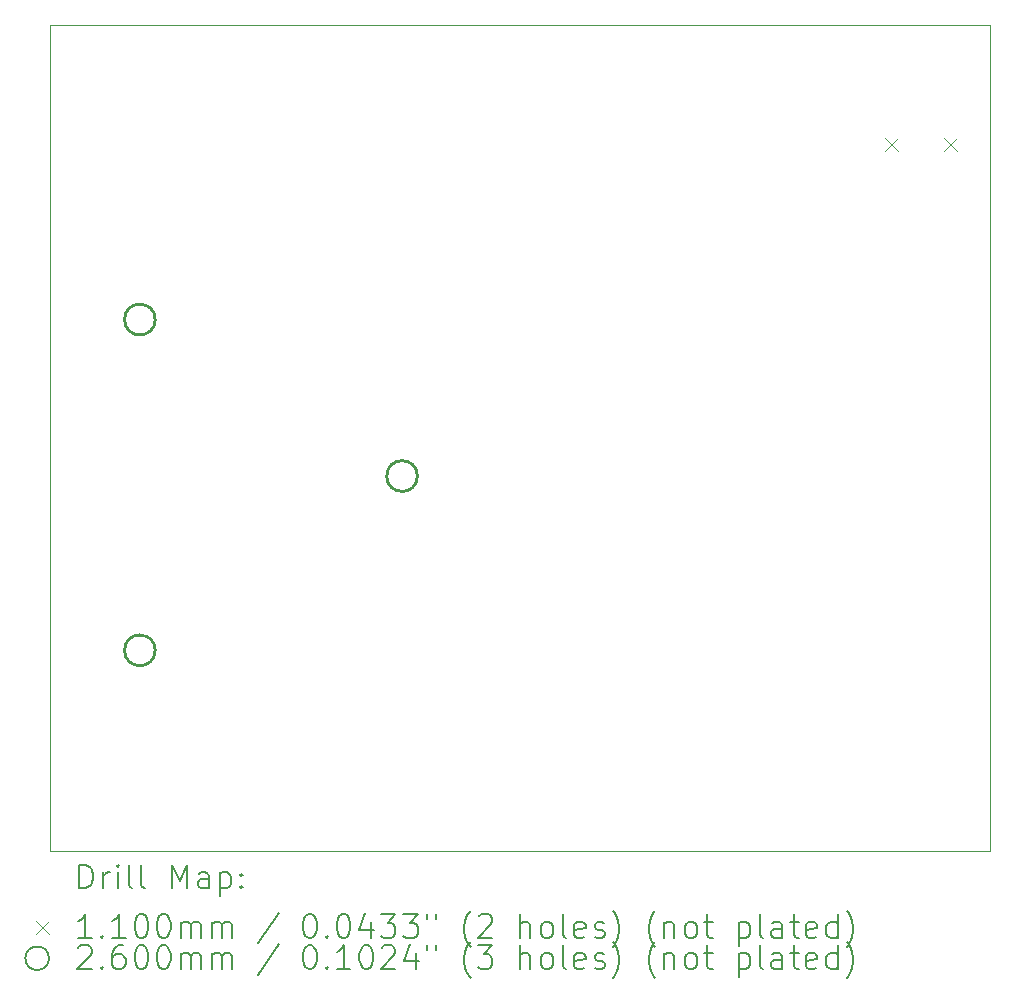
<source format=gbr>
%FSLAX45Y45*%
G04 Gerber Fmt 4.5, Leading zero omitted, Abs format (unit mm)*
G04 Created by KiCad (PCBNEW (6.0.4)) date 2022-10-21 18:19:15*
%MOMM*%
%LPD*%
G01*
G04 APERTURE LIST*
%TA.AperFunction,Profile*%
%ADD10C,0.100000*%
%TD*%
%ADD11C,0.200000*%
%ADD12C,0.110000*%
%ADD13C,0.260000*%
G04 APERTURE END LIST*
D10*
X7962000Y6991500D02*
X-1500Y6991500D01*
X-1500Y6991500D02*
X-1500Y-3500D01*
X-1500Y-3500D02*
X7962000Y-3500D01*
X7962000Y-3500D02*
X7962000Y6991500D01*
D11*
D12*
X7070500Y6030000D02*
X7180500Y5920000D01*
X7180500Y6030000D02*
X7070500Y5920000D01*
X7570500Y6030000D02*
X7680500Y5920000D01*
X7680500Y6030000D02*
X7570500Y5920000D01*
D13*
X893000Y4495000D02*
G75*
G03*
X893000Y4495000I-130000J0D01*
G01*
X893000Y1695000D02*
G75*
G03*
X893000Y1695000I-130000J0D01*
G01*
X3113000Y3170000D02*
G75*
G03*
X3113000Y3170000I-130000J0D01*
G01*
D11*
X251119Y-318976D02*
X251119Y-118976D01*
X298738Y-118976D01*
X327310Y-128500D01*
X346357Y-147548D01*
X355881Y-166595D01*
X365405Y-204690D01*
X365405Y-233262D01*
X355881Y-271357D01*
X346357Y-290405D01*
X327310Y-309452D01*
X298738Y-318976D01*
X251119Y-318976D01*
X451119Y-318976D02*
X451119Y-185643D01*
X451119Y-223738D02*
X460643Y-204690D01*
X470167Y-195167D01*
X489214Y-185643D01*
X508262Y-185643D01*
X574929Y-318976D02*
X574929Y-185643D01*
X574929Y-118976D02*
X565405Y-128500D01*
X574929Y-138024D01*
X584452Y-128500D01*
X574929Y-118976D01*
X574929Y-138024D01*
X698738Y-318976D02*
X679690Y-309452D01*
X670167Y-290405D01*
X670167Y-118976D01*
X803500Y-318976D02*
X784452Y-309452D01*
X774928Y-290405D01*
X774928Y-118976D01*
X1032071Y-318976D02*
X1032071Y-118976D01*
X1098738Y-261833D01*
X1165405Y-118976D01*
X1165405Y-318976D01*
X1346357Y-318976D02*
X1346357Y-214214D01*
X1336833Y-195167D01*
X1317786Y-185643D01*
X1279690Y-185643D01*
X1260643Y-195167D01*
X1346357Y-309452D02*
X1327310Y-318976D01*
X1279690Y-318976D01*
X1260643Y-309452D01*
X1251119Y-290405D01*
X1251119Y-271357D01*
X1260643Y-252309D01*
X1279690Y-242786D01*
X1327310Y-242786D01*
X1346357Y-233262D01*
X1441595Y-185643D02*
X1441595Y-385643D01*
X1441595Y-195167D02*
X1460643Y-185643D01*
X1498738Y-185643D01*
X1517786Y-195167D01*
X1527309Y-204690D01*
X1536833Y-223738D01*
X1536833Y-280881D01*
X1527309Y-299929D01*
X1517786Y-309452D01*
X1498738Y-318976D01*
X1460643Y-318976D01*
X1441595Y-309452D01*
X1622548Y-299929D02*
X1632071Y-309452D01*
X1622548Y-318976D01*
X1613024Y-309452D01*
X1622548Y-299929D01*
X1622548Y-318976D01*
X1622548Y-195167D02*
X1632071Y-204690D01*
X1622548Y-214214D01*
X1613024Y-204690D01*
X1622548Y-195167D01*
X1622548Y-214214D01*
D12*
X-116500Y-593500D02*
X-6500Y-703500D01*
X-6500Y-593500D02*
X-116500Y-703500D01*
D11*
X355881Y-738976D02*
X241595Y-738976D01*
X298738Y-738976D02*
X298738Y-538976D01*
X279690Y-567548D01*
X260643Y-586595D01*
X241595Y-596119D01*
X441595Y-719928D02*
X451119Y-729452D01*
X441595Y-738976D01*
X432071Y-729452D01*
X441595Y-719928D01*
X441595Y-738976D01*
X641595Y-738976D02*
X527310Y-738976D01*
X584452Y-738976D02*
X584452Y-538976D01*
X565405Y-567548D01*
X546357Y-586595D01*
X527310Y-596119D01*
X765405Y-538976D02*
X784452Y-538976D01*
X803500Y-548500D01*
X813024Y-558024D01*
X822548Y-577071D01*
X832071Y-615167D01*
X832071Y-662786D01*
X822548Y-700881D01*
X813024Y-719928D01*
X803500Y-729452D01*
X784452Y-738976D01*
X765405Y-738976D01*
X746357Y-729452D01*
X736833Y-719928D01*
X727309Y-700881D01*
X717786Y-662786D01*
X717786Y-615167D01*
X727309Y-577071D01*
X736833Y-558024D01*
X746357Y-548500D01*
X765405Y-538976D01*
X955881Y-538976D02*
X974928Y-538976D01*
X993976Y-548500D01*
X1003500Y-558024D01*
X1013024Y-577071D01*
X1022548Y-615167D01*
X1022548Y-662786D01*
X1013024Y-700881D01*
X1003500Y-719928D01*
X993976Y-729452D01*
X974928Y-738976D01*
X955881Y-738976D01*
X936833Y-729452D01*
X927309Y-719928D01*
X917786Y-700881D01*
X908262Y-662786D01*
X908262Y-615167D01*
X917786Y-577071D01*
X927309Y-558024D01*
X936833Y-548500D01*
X955881Y-538976D01*
X1108262Y-738976D02*
X1108262Y-605643D01*
X1108262Y-624690D02*
X1117786Y-615167D01*
X1136833Y-605643D01*
X1165405Y-605643D01*
X1184452Y-615167D01*
X1193976Y-634214D01*
X1193976Y-738976D01*
X1193976Y-634214D02*
X1203500Y-615167D01*
X1222548Y-605643D01*
X1251119Y-605643D01*
X1270167Y-615167D01*
X1279690Y-634214D01*
X1279690Y-738976D01*
X1374929Y-738976D02*
X1374929Y-605643D01*
X1374929Y-624690D02*
X1384452Y-615167D01*
X1403500Y-605643D01*
X1432071Y-605643D01*
X1451119Y-615167D01*
X1460643Y-634214D01*
X1460643Y-738976D01*
X1460643Y-634214D02*
X1470167Y-615167D01*
X1489214Y-605643D01*
X1517786Y-605643D01*
X1536833Y-615167D01*
X1546357Y-634214D01*
X1546357Y-738976D01*
X1936833Y-529452D02*
X1765405Y-786595D01*
X2193976Y-538976D02*
X2213024Y-538976D01*
X2232071Y-548500D01*
X2241595Y-558024D01*
X2251119Y-577071D01*
X2260643Y-615167D01*
X2260643Y-662786D01*
X2251119Y-700881D01*
X2241595Y-719928D01*
X2232071Y-729452D01*
X2213024Y-738976D01*
X2193976Y-738976D01*
X2174929Y-729452D01*
X2165405Y-719928D01*
X2155881Y-700881D01*
X2146357Y-662786D01*
X2146357Y-615167D01*
X2155881Y-577071D01*
X2165405Y-558024D01*
X2174929Y-548500D01*
X2193976Y-538976D01*
X2346357Y-719928D02*
X2355881Y-729452D01*
X2346357Y-738976D01*
X2336833Y-729452D01*
X2346357Y-719928D01*
X2346357Y-738976D01*
X2479690Y-538976D02*
X2498738Y-538976D01*
X2517786Y-548500D01*
X2527310Y-558024D01*
X2536833Y-577071D01*
X2546357Y-615167D01*
X2546357Y-662786D01*
X2536833Y-700881D01*
X2527310Y-719928D01*
X2517786Y-729452D01*
X2498738Y-738976D01*
X2479690Y-738976D01*
X2460643Y-729452D01*
X2451119Y-719928D01*
X2441595Y-700881D01*
X2432071Y-662786D01*
X2432071Y-615167D01*
X2441595Y-577071D01*
X2451119Y-558024D01*
X2460643Y-548500D01*
X2479690Y-538976D01*
X2717786Y-605643D02*
X2717786Y-738976D01*
X2670167Y-529452D02*
X2622548Y-672310D01*
X2746357Y-672310D01*
X2803500Y-538976D02*
X2927309Y-538976D01*
X2860643Y-615167D01*
X2889214Y-615167D01*
X2908262Y-624690D01*
X2917786Y-634214D01*
X2927309Y-653262D01*
X2927309Y-700881D01*
X2917786Y-719928D01*
X2908262Y-729452D01*
X2889214Y-738976D01*
X2832071Y-738976D01*
X2813024Y-729452D01*
X2803500Y-719928D01*
X2993976Y-538976D02*
X3117786Y-538976D01*
X3051119Y-615167D01*
X3079690Y-615167D01*
X3098738Y-624690D01*
X3108262Y-634214D01*
X3117786Y-653262D01*
X3117786Y-700881D01*
X3108262Y-719928D01*
X3098738Y-729452D01*
X3079690Y-738976D01*
X3022548Y-738976D01*
X3003500Y-729452D01*
X2993976Y-719928D01*
X3193976Y-538976D02*
X3193976Y-577071D01*
X3270167Y-538976D02*
X3270167Y-577071D01*
X3565405Y-815167D02*
X3555881Y-805643D01*
X3536833Y-777071D01*
X3527309Y-758024D01*
X3517786Y-729452D01*
X3508262Y-681833D01*
X3508262Y-643738D01*
X3517786Y-596119D01*
X3527309Y-567548D01*
X3536833Y-548500D01*
X3555881Y-519928D01*
X3565405Y-510405D01*
X3632071Y-558024D02*
X3641595Y-548500D01*
X3660643Y-538976D01*
X3708262Y-538976D01*
X3727309Y-548500D01*
X3736833Y-558024D01*
X3746357Y-577071D01*
X3746357Y-596119D01*
X3736833Y-624690D01*
X3622548Y-738976D01*
X3746357Y-738976D01*
X3984452Y-738976D02*
X3984452Y-538976D01*
X4070167Y-738976D02*
X4070167Y-634214D01*
X4060643Y-615167D01*
X4041595Y-605643D01*
X4013024Y-605643D01*
X3993976Y-615167D01*
X3984452Y-624690D01*
X4193976Y-738976D02*
X4174928Y-729452D01*
X4165405Y-719928D01*
X4155881Y-700881D01*
X4155881Y-643738D01*
X4165405Y-624690D01*
X4174928Y-615167D01*
X4193976Y-605643D01*
X4222548Y-605643D01*
X4241595Y-615167D01*
X4251119Y-624690D01*
X4260643Y-643738D01*
X4260643Y-700881D01*
X4251119Y-719928D01*
X4241595Y-729452D01*
X4222548Y-738976D01*
X4193976Y-738976D01*
X4374929Y-738976D02*
X4355881Y-729452D01*
X4346357Y-710405D01*
X4346357Y-538976D01*
X4527310Y-729452D02*
X4508262Y-738976D01*
X4470167Y-738976D01*
X4451119Y-729452D01*
X4441595Y-710405D01*
X4441595Y-634214D01*
X4451119Y-615167D01*
X4470167Y-605643D01*
X4508262Y-605643D01*
X4527310Y-615167D01*
X4536833Y-634214D01*
X4536833Y-653262D01*
X4441595Y-672310D01*
X4613024Y-729452D02*
X4632071Y-738976D01*
X4670167Y-738976D01*
X4689214Y-729452D01*
X4698738Y-710405D01*
X4698738Y-700881D01*
X4689214Y-681833D01*
X4670167Y-672310D01*
X4641595Y-672310D01*
X4622548Y-662786D01*
X4613024Y-643738D01*
X4613024Y-634214D01*
X4622548Y-615167D01*
X4641595Y-605643D01*
X4670167Y-605643D01*
X4689214Y-615167D01*
X4765405Y-815167D02*
X4774929Y-805643D01*
X4793976Y-777071D01*
X4803500Y-758024D01*
X4813024Y-729452D01*
X4822548Y-681833D01*
X4822548Y-643738D01*
X4813024Y-596119D01*
X4803500Y-567548D01*
X4793976Y-548500D01*
X4774929Y-519928D01*
X4765405Y-510405D01*
X5127310Y-815167D02*
X5117786Y-805643D01*
X5098738Y-777071D01*
X5089214Y-758024D01*
X5079690Y-729452D01*
X5070167Y-681833D01*
X5070167Y-643738D01*
X5079690Y-596119D01*
X5089214Y-567548D01*
X5098738Y-548500D01*
X5117786Y-519928D01*
X5127310Y-510405D01*
X5203500Y-605643D02*
X5203500Y-738976D01*
X5203500Y-624690D02*
X5213024Y-615167D01*
X5232071Y-605643D01*
X5260643Y-605643D01*
X5279690Y-615167D01*
X5289214Y-634214D01*
X5289214Y-738976D01*
X5413024Y-738976D02*
X5393976Y-729452D01*
X5384452Y-719928D01*
X5374929Y-700881D01*
X5374929Y-643738D01*
X5384452Y-624690D01*
X5393976Y-615167D01*
X5413024Y-605643D01*
X5441595Y-605643D01*
X5460643Y-615167D01*
X5470167Y-624690D01*
X5479690Y-643738D01*
X5479690Y-700881D01*
X5470167Y-719928D01*
X5460643Y-729452D01*
X5441595Y-738976D01*
X5413024Y-738976D01*
X5536833Y-605643D02*
X5613024Y-605643D01*
X5565405Y-538976D02*
X5565405Y-710405D01*
X5574929Y-729452D01*
X5593976Y-738976D01*
X5613024Y-738976D01*
X5832071Y-605643D02*
X5832071Y-805643D01*
X5832071Y-615167D02*
X5851119Y-605643D01*
X5889214Y-605643D01*
X5908262Y-615167D01*
X5917786Y-624690D01*
X5927309Y-643738D01*
X5927309Y-700881D01*
X5917786Y-719928D01*
X5908262Y-729452D01*
X5889214Y-738976D01*
X5851119Y-738976D01*
X5832071Y-729452D01*
X6041595Y-738976D02*
X6022548Y-729452D01*
X6013024Y-710405D01*
X6013024Y-538976D01*
X6203500Y-738976D02*
X6203500Y-634214D01*
X6193976Y-615167D01*
X6174928Y-605643D01*
X6136833Y-605643D01*
X6117786Y-615167D01*
X6203500Y-729452D02*
X6184452Y-738976D01*
X6136833Y-738976D01*
X6117786Y-729452D01*
X6108262Y-710405D01*
X6108262Y-691357D01*
X6117786Y-672310D01*
X6136833Y-662786D01*
X6184452Y-662786D01*
X6203500Y-653262D01*
X6270167Y-605643D02*
X6346357Y-605643D01*
X6298738Y-538976D02*
X6298738Y-710405D01*
X6308262Y-729452D01*
X6327309Y-738976D01*
X6346357Y-738976D01*
X6489214Y-729452D02*
X6470167Y-738976D01*
X6432071Y-738976D01*
X6413024Y-729452D01*
X6403500Y-710405D01*
X6403500Y-634214D01*
X6413024Y-615167D01*
X6432071Y-605643D01*
X6470167Y-605643D01*
X6489214Y-615167D01*
X6498738Y-634214D01*
X6498738Y-653262D01*
X6403500Y-672310D01*
X6670167Y-738976D02*
X6670167Y-538976D01*
X6670167Y-729452D02*
X6651119Y-738976D01*
X6613024Y-738976D01*
X6593976Y-729452D01*
X6584452Y-719928D01*
X6574928Y-700881D01*
X6574928Y-643738D01*
X6584452Y-624690D01*
X6593976Y-615167D01*
X6613024Y-605643D01*
X6651119Y-605643D01*
X6670167Y-615167D01*
X6746357Y-815167D02*
X6755881Y-805643D01*
X6774928Y-777071D01*
X6784452Y-758024D01*
X6793976Y-729452D01*
X6803500Y-681833D01*
X6803500Y-643738D01*
X6793976Y-596119D01*
X6784452Y-567548D01*
X6774928Y-548500D01*
X6755881Y-519928D01*
X6746357Y-510405D01*
X-6500Y-912500D02*
G75*
G03*
X-6500Y-912500I-100000J0D01*
G01*
X241595Y-822024D02*
X251119Y-812500D01*
X270167Y-802976D01*
X317786Y-802976D01*
X336833Y-812500D01*
X346357Y-822024D01*
X355881Y-841071D01*
X355881Y-860119D01*
X346357Y-888690D01*
X232071Y-1002976D01*
X355881Y-1002976D01*
X441595Y-983928D02*
X451119Y-993452D01*
X441595Y-1002976D01*
X432071Y-993452D01*
X441595Y-983928D01*
X441595Y-1002976D01*
X622548Y-802976D02*
X584452Y-802976D01*
X565405Y-812500D01*
X555881Y-822024D01*
X536833Y-850595D01*
X527310Y-888690D01*
X527310Y-964881D01*
X536833Y-983928D01*
X546357Y-993452D01*
X565405Y-1002976D01*
X603500Y-1002976D01*
X622548Y-993452D01*
X632071Y-983928D01*
X641595Y-964881D01*
X641595Y-917262D01*
X632071Y-898214D01*
X622548Y-888690D01*
X603500Y-879167D01*
X565405Y-879167D01*
X546357Y-888690D01*
X536833Y-898214D01*
X527310Y-917262D01*
X765405Y-802976D02*
X784452Y-802976D01*
X803500Y-812500D01*
X813024Y-822024D01*
X822548Y-841071D01*
X832071Y-879167D01*
X832071Y-926786D01*
X822548Y-964881D01*
X813024Y-983928D01*
X803500Y-993452D01*
X784452Y-1002976D01*
X765405Y-1002976D01*
X746357Y-993452D01*
X736833Y-983928D01*
X727309Y-964881D01*
X717786Y-926786D01*
X717786Y-879167D01*
X727309Y-841071D01*
X736833Y-822024D01*
X746357Y-812500D01*
X765405Y-802976D01*
X955881Y-802976D02*
X974928Y-802976D01*
X993976Y-812500D01*
X1003500Y-822024D01*
X1013024Y-841071D01*
X1022548Y-879167D01*
X1022548Y-926786D01*
X1013024Y-964881D01*
X1003500Y-983928D01*
X993976Y-993452D01*
X974928Y-1002976D01*
X955881Y-1002976D01*
X936833Y-993452D01*
X927309Y-983928D01*
X917786Y-964881D01*
X908262Y-926786D01*
X908262Y-879167D01*
X917786Y-841071D01*
X927309Y-822024D01*
X936833Y-812500D01*
X955881Y-802976D01*
X1108262Y-1002976D02*
X1108262Y-869643D01*
X1108262Y-888690D02*
X1117786Y-879167D01*
X1136833Y-869643D01*
X1165405Y-869643D01*
X1184452Y-879167D01*
X1193976Y-898214D01*
X1193976Y-1002976D01*
X1193976Y-898214D02*
X1203500Y-879167D01*
X1222548Y-869643D01*
X1251119Y-869643D01*
X1270167Y-879167D01*
X1279690Y-898214D01*
X1279690Y-1002976D01*
X1374929Y-1002976D02*
X1374929Y-869643D01*
X1374929Y-888690D02*
X1384452Y-879167D01*
X1403500Y-869643D01*
X1432071Y-869643D01*
X1451119Y-879167D01*
X1460643Y-898214D01*
X1460643Y-1002976D01*
X1460643Y-898214D02*
X1470167Y-879167D01*
X1489214Y-869643D01*
X1517786Y-869643D01*
X1536833Y-879167D01*
X1546357Y-898214D01*
X1546357Y-1002976D01*
X1936833Y-793452D02*
X1765405Y-1050595D01*
X2193976Y-802976D02*
X2213024Y-802976D01*
X2232071Y-812500D01*
X2241595Y-822024D01*
X2251119Y-841071D01*
X2260643Y-879167D01*
X2260643Y-926786D01*
X2251119Y-964881D01*
X2241595Y-983928D01*
X2232071Y-993452D01*
X2213024Y-1002976D01*
X2193976Y-1002976D01*
X2174929Y-993452D01*
X2165405Y-983928D01*
X2155881Y-964881D01*
X2146357Y-926786D01*
X2146357Y-879167D01*
X2155881Y-841071D01*
X2165405Y-822024D01*
X2174929Y-812500D01*
X2193976Y-802976D01*
X2346357Y-983928D02*
X2355881Y-993452D01*
X2346357Y-1002976D01*
X2336833Y-993452D01*
X2346357Y-983928D01*
X2346357Y-1002976D01*
X2546357Y-1002976D02*
X2432071Y-1002976D01*
X2489214Y-1002976D02*
X2489214Y-802976D01*
X2470167Y-831548D01*
X2451119Y-850595D01*
X2432071Y-860119D01*
X2670167Y-802976D02*
X2689214Y-802976D01*
X2708262Y-812500D01*
X2717786Y-822024D01*
X2727310Y-841071D01*
X2736833Y-879167D01*
X2736833Y-926786D01*
X2727310Y-964881D01*
X2717786Y-983928D01*
X2708262Y-993452D01*
X2689214Y-1002976D01*
X2670167Y-1002976D01*
X2651119Y-993452D01*
X2641595Y-983928D01*
X2632071Y-964881D01*
X2622548Y-926786D01*
X2622548Y-879167D01*
X2632071Y-841071D01*
X2641595Y-822024D01*
X2651119Y-812500D01*
X2670167Y-802976D01*
X2813024Y-822024D02*
X2822548Y-812500D01*
X2841595Y-802976D01*
X2889214Y-802976D01*
X2908262Y-812500D01*
X2917786Y-822024D01*
X2927309Y-841071D01*
X2927309Y-860119D01*
X2917786Y-888690D01*
X2803500Y-1002976D01*
X2927309Y-1002976D01*
X3098738Y-869643D02*
X3098738Y-1002976D01*
X3051119Y-793452D02*
X3003500Y-936309D01*
X3127309Y-936309D01*
X3193976Y-802976D02*
X3193976Y-841071D01*
X3270167Y-802976D02*
X3270167Y-841071D01*
X3565405Y-1079167D02*
X3555881Y-1069643D01*
X3536833Y-1041071D01*
X3527309Y-1022024D01*
X3517786Y-993452D01*
X3508262Y-945833D01*
X3508262Y-907738D01*
X3517786Y-860119D01*
X3527309Y-831548D01*
X3536833Y-812500D01*
X3555881Y-783928D01*
X3565405Y-774405D01*
X3622548Y-802976D02*
X3746357Y-802976D01*
X3679690Y-879167D01*
X3708262Y-879167D01*
X3727309Y-888690D01*
X3736833Y-898214D01*
X3746357Y-917262D01*
X3746357Y-964881D01*
X3736833Y-983928D01*
X3727309Y-993452D01*
X3708262Y-1002976D01*
X3651119Y-1002976D01*
X3632071Y-993452D01*
X3622548Y-983928D01*
X3984452Y-1002976D02*
X3984452Y-802976D01*
X4070167Y-1002976D02*
X4070167Y-898214D01*
X4060643Y-879167D01*
X4041595Y-869643D01*
X4013024Y-869643D01*
X3993976Y-879167D01*
X3984452Y-888690D01*
X4193976Y-1002976D02*
X4174928Y-993452D01*
X4165405Y-983928D01*
X4155881Y-964881D01*
X4155881Y-907738D01*
X4165405Y-888690D01*
X4174928Y-879167D01*
X4193976Y-869643D01*
X4222548Y-869643D01*
X4241595Y-879167D01*
X4251119Y-888690D01*
X4260643Y-907738D01*
X4260643Y-964881D01*
X4251119Y-983928D01*
X4241595Y-993452D01*
X4222548Y-1002976D01*
X4193976Y-1002976D01*
X4374929Y-1002976D02*
X4355881Y-993452D01*
X4346357Y-974405D01*
X4346357Y-802976D01*
X4527310Y-993452D02*
X4508262Y-1002976D01*
X4470167Y-1002976D01*
X4451119Y-993452D01*
X4441595Y-974405D01*
X4441595Y-898214D01*
X4451119Y-879167D01*
X4470167Y-869643D01*
X4508262Y-869643D01*
X4527310Y-879167D01*
X4536833Y-898214D01*
X4536833Y-917262D01*
X4441595Y-936309D01*
X4613024Y-993452D02*
X4632071Y-1002976D01*
X4670167Y-1002976D01*
X4689214Y-993452D01*
X4698738Y-974405D01*
X4698738Y-964881D01*
X4689214Y-945833D01*
X4670167Y-936309D01*
X4641595Y-936309D01*
X4622548Y-926786D01*
X4613024Y-907738D01*
X4613024Y-898214D01*
X4622548Y-879167D01*
X4641595Y-869643D01*
X4670167Y-869643D01*
X4689214Y-879167D01*
X4765405Y-1079167D02*
X4774929Y-1069643D01*
X4793976Y-1041071D01*
X4803500Y-1022024D01*
X4813024Y-993452D01*
X4822548Y-945833D01*
X4822548Y-907738D01*
X4813024Y-860119D01*
X4803500Y-831548D01*
X4793976Y-812500D01*
X4774929Y-783928D01*
X4765405Y-774405D01*
X5127310Y-1079167D02*
X5117786Y-1069643D01*
X5098738Y-1041071D01*
X5089214Y-1022024D01*
X5079690Y-993452D01*
X5070167Y-945833D01*
X5070167Y-907738D01*
X5079690Y-860119D01*
X5089214Y-831548D01*
X5098738Y-812500D01*
X5117786Y-783928D01*
X5127310Y-774405D01*
X5203500Y-869643D02*
X5203500Y-1002976D01*
X5203500Y-888690D02*
X5213024Y-879167D01*
X5232071Y-869643D01*
X5260643Y-869643D01*
X5279690Y-879167D01*
X5289214Y-898214D01*
X5289214Y-1002976D01*
X5413024Y-1002976D02*
X5393976Y-993452D01*
X5384452Y-983928D01*
X5374929Y-964881D01*
X5374929Y-907738D01*
X5384452Y-888690D01*
X5393976Y-879167D01*
X5413024Y-869643D01*
X5441595Y-869643D01*
X5460643Y-879167D01*
X5470167Y-888690D01*
X5479690Y-907738D01*
X5479690Y-964881D01*
X5470167Y-983928D01*
X5460643Y-993452D01*
X5441595Y-1002976D01*
X5413024Y-1002976D01*
X5536833Y-869643D02*
X5613024Y-869643D01*
X5565405Y-802976D02*
X5565405Y-974405D01*
X5574929Y-993452D01*
X5593976Y-1002976D01*
X5613024Y-1002976D01*
X5832071Y-869643D02*
X5832071Y-1069643D01*
X5832071Y-879167D02*
X5851119Y-869643D01*
X5889214Y-869643D01*
X5908262Y-879167D01*
X5917786Y-888690D01*
X5927309Y-907738D01*
X5927309Y-964881D01*
X5917786Y-983928D01*
X5908262Y-993452D01*
X5889214Y-1002976D01*
X5851119Y-1002976D01*
X5832071Y-993452D01*
X6041595Y-1002976D02*
X6022548Y-993452D01*
X6013024Y-974405D01*
X6013024Y-802976D01*
X6203500Y-1002976D02*
X6203500Y-898214D01*
X6193976Y-879167D01*
X6174928Y-869643D01*
X6136833Y-869643D01*
X6117786Y-879167D01*
X6203500Y-993452D02*
X6184452Y-1002976D01*
X6136833Y-1002976D01*
X6117786Y-993452D01*
X6108262Y-974405D01*
X6108262Y-955357D01*
X6117786Y-936309D01*
X6136833Y-926786D01*
X6184452Y-926786D01*
X6203500Y-917262D01*
X6270167Y-869643D02*
X6346357Y-869643D01*
X6298738Y-802976D02*
X6298738Y-974405D01*
X6308262Y-993452D01*
X6327309Y-1002976D01*
X6346357Y-1002976D01*
X6489214Y-993452D02*
X6470167Y-1002976D01*
X6432071Y-1002976D01*
X6413024Y-993452D01*
X6403500Y-974405D01*
X6403500Y-898214D01*
X6413024Y-879167D01*
X6432071Y-869643D01*
X6470167Y-869643D01*
X6489214Y-879167D01*
X6498738Y-898214D01*
X6498738Y-917262D01*
X6403500Y-936309D01*
X6670167Y-1002976D02*
X6670167Y-802976D01*
X6670167Y-993452D02*
X6651119Y-1002976D01*
X6613024Y-1002976D01*
X6593976Y-993452D01*
X6584452Y-983928D01*
X6574928Y-964881D01*
X6574928Y-907738D01*
X6584452Y-888690D01*
X6593976Y-879167D01*
X6613024Y-869643D01*
X6651119Y-869643D01*
X6670167Y-879167D01*
X6746357Y-1079167D02*
X6755881Y-1069643D01*
X6774928Y-1041071D01*
X6784452Y-1022024D01*
X6793976Y-993452D01*
X6803500Y-945833D01*
X6803500Y-907738D01*
X6793976Y-860119D01*
X6784452Y-831548D01*
X6774928Y-812500D01*
X6755881Y-783928D01*
X6746357Y-774405D01*
M02*

</source>
